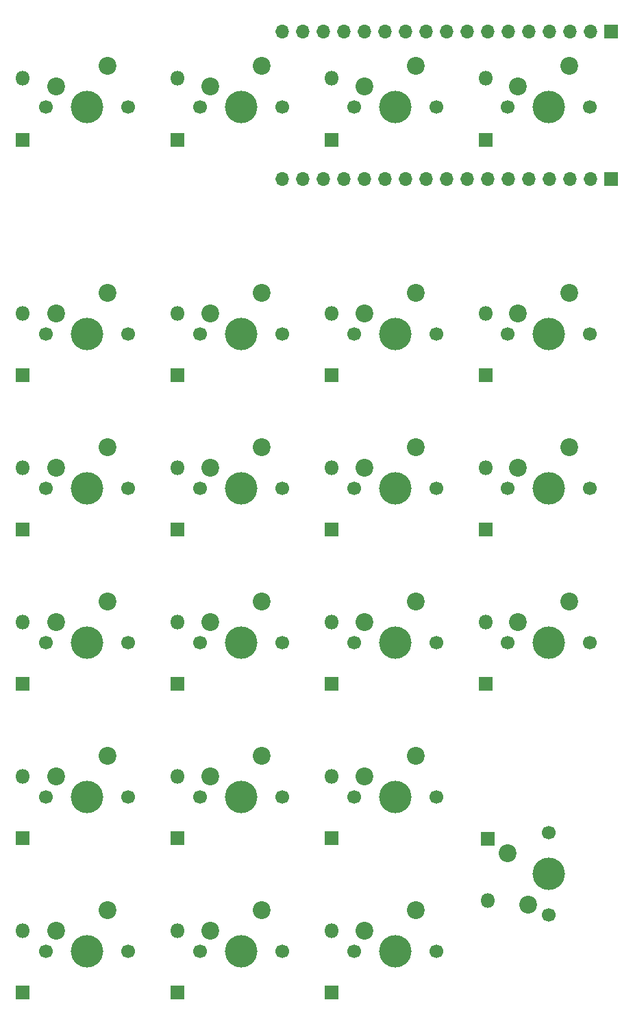
<source format=gbr>
%TF.GenerationSoftware,KiCad,Pcbnew,7.0.2*%
%TF.CreationDate,2023-09-28T02:32:06+09:00*%
%TF.ProjectId,HT-Keys-TK_PCB,48542d4b-6579-4732-9d54-4b5f5043422e,rev?*%
%TF.SameCoordinates,Original*%
%TF.FileFunction,Soldermask,Bot*%
%TF.FilePolarity,Negative*%
%FSLAX46Y46*%
G04 Gerber Fmt 4.6, Leading zero omitted, Abs format (unit mm)*
G04 Created by KiCad (PCBNEW 7.0.2) date 2023-09-28 02:32:06*
%MOMM*%
%LPD*%
G01*
G04 APERTURE LIST*
%ADD10C,1.700000*%
%ADD11C,4.000000*%
%ADD12C,2.200000*%
%ADD13R,1.800000X1.800000*%
%ADD14O,1.800000X1.800000*%
%ADD15R,1.700000X1.700000*%
%ADD16O,1.700000X1.700000*%
G04 APERTURE END LIST*
D10*
%TO.C,SW13*%
X74890000Y-135820000D03*
D11*
X79970000Y-135820000D03*
D10*
X85050000Y-135820000D03*
D12*
X82510000Y-130740000D03*
X76160000Y-133280000D03*
%TD*%
D10*
%TO.C,SW8*%
X132010000Y-97740000D03*
D11*
X137090000Y-97740000D03*
D10*
X142170000Y-97740000D03*
D12*
X139630000Y-92660000D03*
X133280000Y-95200000D03*
%TD*%
D10*
%TO.C,SW17*%
X74890000Y-154860000D03*
D11*
X79970000Y-154860000D03*
D10*
X85050000Y-154860000D03*
D12*
X82510000Y-149780000D03*
X76160000Y-152320000D03*
%TD*%
D10*
%TO.C,SW2*%
X93930000Y-69660000D03*
D11*
X99010000Y-69660000D03*
D10*
X104090000Y-69660000D03*
D12*
X101550000Y-64580000D03*
X95200000Y-67120000D03*
%TD*%
D10*
%TO.C,SW22*%
X93930000Y-173900000D03*
D11*
X99010000Y-173900000D03*
D10*
X104090000Y-173900000D03*
D12*
X101550000Y-168820000D03*
X95200000Y-171360000D03*
%TD*%
D10*
%TO.C,SW4*%
X132010000Y-69660000D03*
D11*
X137090000Y-69660000D03*
D10*
X142170000Y-69660000D03*
D12*
X139630000Y-64580000D03*
X133280000Y-67120000D03*
%TD*%
D10*
%TO.C,SW3*%
X112970000Y-69660000D03*
D11*
X118050000Y-69660000D03*
D10*
X123130000Y-69660000D03*
D12*
X120590000Y-64580000D03*
X114240000Y-67120000D03*
%TD*%
D10*
%TO.C,SW10*%
X93930000Y-116780000D03*
D11*
X99010000Y-116780000D03*
D10*
X104090000Y-116780000D03*
D12*
X101550000Y-111700000D03*
X95200000Y-114240000D03*
%TD*%
D10*
%TO.C,SW16*%
X132010000Y-135820000D03*
D11*
X137090000Y-135820000D03*
D10*
X142170000Y-135820000D03*
D12*
X139630000Y-130740000D03*
X133280000Y-133280000D03*
%TD*%
D10*
%TO.C,SW6*%
X93930000Y-97740000D03*
D11*
X99010000Y-97740000D03*
D10*
X104090000Y-97740000D03*
D12*
X101550000Y-92660000D03*
X95200000Y-95200000D03*
%TD*%
D10*
%TO.C,SW19*%
X112970000Y-154860000D03*
D11*
X118050000Y-154860000D03*
D10*
X123130000Y-154860000D03*
D12*
X120590000Y-149780000D03*
X114240000Y-152320000D03*
%TD*%
D10*
%TO.C,SW15*%
X112970000Y-135820000D03*
D11*
X118050000Y-135820000D03*
D10*
X123130000Y-135820000D03*
D12*
X120590000Y-130740000D03*
X114240000Y-133280000D03*
%TD*%
D10*
%TO.C,SW7*%
X112970000Y-97740000D03*
D11*
X118050000Y-97740000D03*
D10*
X123130000Y-97740000D03*
D12*
X120590000Y-92660000D03*
X114240000Y-95200000D03*
%TD*%
D10*
%TO.C,SW18*%
X93930000Y-154860000D03*
D11*
X99010000Y-154860000D03*
D10*
X104090000Y-154860000D03*
D12*
X101550000Y-149780000D03*
X95200000Y-152320000D03*
%TD*%
D10*
%TO.C,SW14*%
X93930000Y-135820000D03*
D11*
X99010000Y-135820000D03*
D10*
X104090000Y-135820000D03*
D12*
X101550000Y-130740000D03*
X95200000Y-133280000D03*
%TD*%
D10*
%TO.C,SW20*%
X137090000Y-169460000D03*
D11*
X137090000Y-164380000D03*
D10*
X137090000Y-159300000D03*
D12*
X132010000Y-161840000D03*
X134550000Y-168190000D03*
%TD*%
D10*
%TO.C,SW11*%
X112970000Y-116780000D03*
D11*
X118050000Y-116780000D03*
D10*
X123130000Y-116780000D03*
D12*
X120590000Y-111700000D03*
X114240000Y-114240000D03*
%TD*%
D10*
%TO.C,SW1*%
X74890000Y-69660000D03*
D11*
X79970000Y-69660000D03*
D10*
X85050000Y-69660000D03*
D12*
X82510000Y-64580000D03*
X76160000Y-67120000D03*
%TD*%
D10*
%TO.C,SW12*%
X132010000Y-116780000D03*
D11*
X137090000Y-116780000D03*
D10*
X142170000Y-116780000D03*
D12*
X139630000Y-111700000D03*
X133280000Y-114240000D03*
%TD*%
D10*
%TO.C,SW23*%
X112970000Y-173900000D03*
D11*
X118050000Y-173900000D03*
D10*
X123130000Y-173900000D03*
D12*
X120590000Y-168820000D03*
X114240000Y-171360000D03*
%TD*%
D10*
%TO.C,SW5*%
X74890000Y-97740000D03*
D11*
X79970000Y-97740000D03*
D10*
X85050000Y-97740000D03*
D12*
X82510000Y-92660000D03*
X76160000Y-95200000D03*
%TD*%
D10*
%TO.C,SW9*%
X74890000Y-116780000D03*
D11*
X79970000Y-116780000D03*
D10*
X85050000Y-116780000D03*
D12*
X82510000Y-111700000D03*
X76160000Y-114240000D03*
%TD*%
D10*
%TO.C,SW21*%
X74890000Y-173900000D03*
D11*
X79970000Y-173900000D03*
D10*
X85050000Y-173900000D03*
D12*
X82510000Y-168820000D03*
X76160000Y-171360000D03*
%TD*%
D13*
%TO.C,D17*%
X72000000Y-159940000D03*
D14*
X72000000Y-152320000D03*
%TD*%
D15*
%TO.C,J2*%
X144780000Y-60340000D03*
D16*
X142240000Y-60340000D03*
X139700000Y-60340000D03*
X137160000Y-60340000D03*
X134620000Y-60340000D03*
X132080000Y-60340000D03*
X129540000Y-60340000D03*
X127000000Y-60340000D03*
X124460000Y-60340000D03*
X121920000Y-60340000D03*
X119380000Y-60340000D03*
X116840000Y-60340000D03*
X114300000Y-60340000D03*
X111760000Y-60340000D03*
X109220000Y-60340000D03*
X106680000Y-60340000D03*
X104140000Y-60340000D03*
%TD*%
D13*
%TO.C,D21*%
X72000000Y-178980000D03*
D14*
X72000000Y-171360000D03*
%TD*%
D13*
%TO.C,D18*%
X91160000Y-159940000D03*
D14*
X91160000Y-152320000D03*
%TD*%
D13*
%TO.C,D1*%
X72000000Y-73740000D03*
D14*
X72000000Y-66120000D03*
%TD*%
D13*
%TO.C,D15*%
X110200000Y-140900000D03*
D14*
X110200000Y-133280000D03*
%TD*%
D13*
%TO.C,D2*%
X91160000Y-73740000D03*
D14*
X91160000Y-66120000D03*
%TD*%
D13*
%TO.C,D13*%
X72000000Y-140900000D03*
D14*
X72000000Y-133280000D03*
%TD*%
D13*
%TO.C,D8*%
X129240000Y-102820000D03*
D14*
X129240000Y-95200000D03*
%TD*%
D13*
%TO.C,D5*%
X72000000Y-102820000D03*
D14*
X72000000Y-95200000D03*
%TD*%
D13*
%TO.C,D7*%
X110200000Y-102820000D03*
D14*
X110200000Y-95200000D03*
%TD*%
D13*
%TO.C,D12*%
X129240000Y-121860000D03*
D14*
X129240000Y-114240000D03*
%TD*%
D13*
%TO.C,D11*%
X110200000Y-121860000D03*
D14*
X110200000Y-114240000D03*
%TD*%
D13*
%TO.C,D22*%
X91160000Y-178980000D03*
D14*
X91160000Y-171360000D03*
%TD*%
D13*
%TO.C,D16*%
X129240000Y-140900000D03*
D14*
X129240000Y-133280000D03*
%TD*%
D13*
%TO.C,D9*%
X72000000Y-121860000D03*
D14*
X72000000Y-114240000D03*
%TD*%
D13*
%TO.C,D6*%
X91160000Y-102820000D03*
D14*
X91160000Y-95200000D03*
%TD*%
D13*
%TO.C,D23*%
X110200000Y-178980000D03*
D14*
X110200000Y-171360000D03*
%TD*%
D15*
%TO.C,J1*%
X144780000Y-78580000D03*
D16*
X142240000Y-78580000D03*
X139700000Y-78580000D03*
X137160000Y-78580000D03*
X134620000Y-78580000D03*
X132080000Y-78580000D03*
X129540000Y-78580000D03*
X127000000Y-78580000D03*
X124460000Y-78580000D03*
X121920000Y-78580000D03*
X119380000Y-78580000D03*
X116840000Y-78580000D03*
X114300000Y-78580000D03*
X111760000Y-78580000D03*
X109220000Y-78580000D03*
X106680000Y-78580000D03*
X104140000Y-78580000D03*
%TD*%
D13*
%TO.C,D10*%
X91160000Y-121860000D03*
D14*
X91160000Y-114240000D03*
%TD*%
D13*
%TO.C,D14*%
X91160000Y-140900000D03*
D14*
X91160000Y-133280000D03*
%TD*%
D13*
%TO.C,D19*%
X110200000Y-159940000D03*
D14*
X110200000Y-152320000D03*
%TD*%
D13*
%TO.C,D20*%
X129480000Y-160000000D03*
D14*
X129480000Y-167620000D03*
%TD*%
D13*
%TO.C,D3*%
X110200000Y-73740000D03*
D14*
X110200000Y-66120000D03*
%TD*%
D13*
%TO.C,D4*%
X129240000Y-73740000D03*
D14*
X129240000Y-66120000D03*
%TD*%
M02*

</source>
